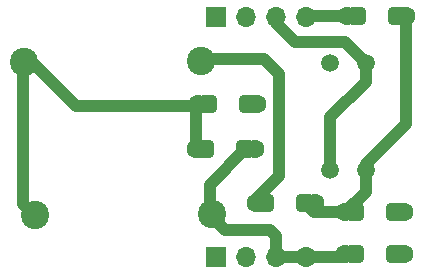
<source format=gbr>
%TF.GenerationSoftware,KiCad,Pcbnew,(6.0.11)*%
%TF.CreationDate,2023-05-29T12:42:38-05:00*%
%TF.ProjectId,LowPassFilter,4c6f7750-6173-4734-9669-6c7465722e6b,rev?*%
%TF.SameCoordinates,Original*%
%TF.FileFunction,Copper,L1,Top*%
%TF.FilePolarity,Positive*%
%FSLAX46Y46*%
G04 Gerber Fmt 4.6, Leading zero omitted, Abs format (unit mm)*
G04 Created by KiCad (PCBNEW (6.0.11)) date 2023-05-29 12:42:38*
%MOMM*%
%LPD*%
G01*
G04 APERTURE LIST*
G04 Aperture macros list*
%AMRoundRect*
0 Rectangle with rounded corners*
0 $1 Rounding radius*
0 $2 $3 $4 $5 $6 $7 $8 $9 X,Y pos of 4 corners*
0 Add a 4 corners polygon primitive as box body*
4,1,4,$2,$3,$4,$5,$6,$7,$8,$9,$2,$3,0*
0 Add four circle primitives for the rounded corners*
1,1,$1+$1,$2,$3*
1,1,$1+$1,$4,$5*
1,1,$1+$1,$6,$7*
1,1,$1+$1,$8,$9*
0 Add four rect primitives between the rounded corners*
20,1,$1+$1,$2,$3,$4,$5,0*
20,1,$1+$1,$4,$5,$6,$7,0*
20,1,$1+$1,$6,$7,$8,$9,0*
20,1,$1+$1,$8,$9,$2,$3,0*%
G04 Aperture macros list end*
%TA.AperFunction,SMDPad,CuDef*%
%ADD10RoundRect,0.381000X0.381000X0.381000X-0.381000X0.381000X-0.381000X-0.381000X0.381000X-0.381000X0*%
%TD*%
%TA.AperFunction,ComponentPad*%
%ADD11C,1.600000*%
%TD*%
%TA.AperFunction,SMDPad,CuDef*%
%ADD12RoundRect,0.381000X-0.381000X-0.381000X0.381000X-0.381000X0.381000X0.381000X-0.381000X0.381000X0*%
%TD*%
%TA.AperFunction,ComponentPad*%
%ADD13R,1.700000X1.700000*%
%TD*%
%TA.AperFunction,ComponentPad*%
%ADD14O,1.700000X1.700000*%
%TD*%
%TA.AperFunction,ComponentPad*%
%ADD15C,2.400000*%
%TD*%
%TA.AperFunction,ComponentPad*%
%ADD16C,1.500000*%
%TD*%
%TA.AperFunction,Conductor*%
%ADD17C,1.000000*%
%TD*%
G04 APERTURE END LIST*
D10*
%TO.P,C1,1*%
%TO.N,GND*%
X147750000Y-107950000D03*
D11*
X148550000Y-107950000D03*
%TO.P,C1,2*%
%TO.N,Net-(C2-Pad1)*%
X143550000Y-107950000D03*
D10*
X144350000Y-107950000D03*
%TD*%
%TO.P,C2,1*%
%TO.N,Net-(C2-Pad1)*%
X140170000Y-107188000D03*
D11*
X140970000Y-107188000D03*
D10*
%TO.P,C2,2*%
%TO.N,Net-(C2-Pad2)*%
X136770000Y-107188000D03*
D11*
X135970000Y-107188000D03*
%TD*%
D12*
%TO.P,C3,1*%
%TO.N,Net-(L2-Pad1)*%
X131904000Y-98806000D03*
D11*
X131104000Y-98806000D03*
%TO.P,C3,2*%
%TO.N,GND*%
X136104000Y-98806000D03*
D12*
X135304000Y-98806000D03*
%TD*%
D10*
%TO.P,C4,1*%
%TO.N,Net-(L2-Pad2)*%
X135090000Y-102616000D03*
D11*
X135890000Y-102616000D03*
%TO.P,C4,2*%
%TO.N,Net-(L2-Pad1)*%
X130890000Y-102616000D03*
D10*
X131690000Y-102616000D03*
%TD*%
D12*
%TO.P,C5,1*%
%TO.N,Net-(L2-Pad2)*%
X144350000Y-111506000D03*
D11*
X143550000Y-111506000D03*
%TO.P,C5,2*%
%TO.N,GND*%
X148550000Y-111506000D03*
D12*
X147750000Y-111506000D03*
%TD*%
D10*
%TO.P,C6,1*%
%TO.N,Net-(C2-Pad1)*%
X147900000Y-91330000D03*
D11*
X148700000Y-91330000D03*
D10*
%TO.P,C6,2*%
%TO.N,Net-(C6-Pad2)*%
X144500000Y-91330000D03*
D11*
X143700000Y-91330000D03*
%TD*%
D13*
%TO.P,J1,1,Pin_1*%
%TO.N,GND*%
X132588000Y-111760000D03*
D14*
%TO.P,J1,2,Pin_2*%
X135128000Y-111760000D03*
%TO.P,J1,3,Pin_3*%
%TO.N,Net-(L2-Pad2)*%
X137668000Y-111760000D03*
%TO.P,J1,4,Pin_4*%
X140208000Y-111760000D03*
%TD*%
D13*
%TO.P,J2,1,Pin_1*%
%TO.N,GND*%
X132588000Y-91440000D03*
D14*
%TO.P,J2,2,Pin_2*%
X135128000Y-91440000D03*
%TO.P,J2,3,Pin_3*%
%TO.N,Net-(J2-Pad3)*%
X137668000Y-91440000D03*
%TO.P,J2,4,Pin_4*%
%TO.N,Net-(C6-Pad2)*%
X140208000Y-91440000D03*
%TD*%
D15*
%TO.P,L1,1*%
%TO.N,Net-(C2-Pad2)*%
X131360000Y-95100000D03*
%TO.P,L1,2*%
%TO.N,Net-(L2-Pad1)*%
X116370000Y-95230000D03*
%TD*%
D16*
%TO.P,T1,1*%
%TO.N,Net-(J2-Pad3)*%
X142264000Y-104322000D03*
%TO.P,T1,2*%
%TO.N,GND*%
X142264000Y-95322000D03*
%TO.P,T1,3*%
%TO.N,Net-(C2-Pad1)*%
X145264000Y-104322000D03*
%TO.P,T1,4*%
%TO.N,Net-(J2-Pad3)*%
X145264000Y-95322000D03*
%TD*%
D15*
%TO.P,L2,1*%
%TO.N,Net-(L2-Pad1)*%
X117252000Y-108204000D03*
%TO.P,L2,2*%
%TO.N,Net-(L2-Pad2)*%
X132242000Y-108074000D03*
%TD*%
D17*
%TO.N,Net-(C6-Pad2)*%
X140318000Y-91330000D02*
X140208000Y-91440000D01*
X143700000Y-91330000D02*
X140318000Y-91330000D01*
%TO.N,Net-(J2-Pad3)*%
X142264000Y-99872000D02*
X142264000Y-104322000D01*
X137668000Y-91928000D02*
X137668000Y-91440000D01*
X145264000Y-95322000D02*
X145264000Y-96872000D01*
X145264000Y-95322000D02*
X143482000Y-93540000D01*
X139280000Y-93540000D02*
X137668000Y-91928000D01*
X145264000Y-96872000D02*
X142264000Y-99872000D01*
X143482000Y-93540000D02*
X139280000Y-93540000D01*
%TO.N,Net-(C2-Pad1)*%
X145264000Y-104322000D02*
X145264000Y-106236000D01*
X143550000Y-107950000D02*
X140932000Y-107950000D01*
X148700000Y-91330000D02*
X148700000Y-100450000D01*
X145264000Y-106236000D02*
X143550000Y-107950000D01*
X148700000Y-100450000D02*
X145264000Y-103886000D01*
X140932000Y-107950000D02*
X140170000Y-107188000D01*
X145264000Y-103886000D02*
X145264000Y-104322000D01*
%TO.N,Net-(C2-Pad2)*%
X137922000Y-104902000D02*
X135970000Y-106854000D01*
X131360000Y-95100000D02*
X131464000Y-94996000D01*
X136652000Y-94996000D02*
X137922000Y-96266000D01*
X131464000Y-94996000D02*
X136652000Y-94996000D01*
X137922000Y-96266000D02*
X137922000Y-104902000D01*
X135970000Y-106854000D02*
X135970000Y-107188000D01*
%TO.N,Net-(L2-Pad1)*%
X120716000Y-98910000D02*
X131000000Y-98910000D01*
X130890000Y-102616000D02*
X130890000Y-99020000D01*
X117252000Y-108204000D02*
X116300000Y-107252000D01*
X116300000Y-95300000D02*
X116370000Y-95230000D01*
X116370000Y-95230000D02*
X117036000Y-95230000D01*
X131000000Y-98910000D02*
X131104000Y-98806000D01*
X130890000Y-99020000D02*
X131104000Y-98806000D01*
X116300000Y-107252000D02*
X116300000Y-95300000D01*
X117036000Y-95230000D02*
X120716000Y-98910000D01*
%TO.N,Net-(L2-Pad2)*%
X137160000Y-109474000D02*
X137668000Y-109982000D01*
X137668000Y-109982000D02*
X137668000Y-111760000D01*
X133350000Y-109474000D02*
X137160000Y-109474000D01*
X137668000Y-111760000D02*
X140208000Y-111760000D01*
X132242000Y-108074000D02*
X132242000Y-108366000D01*
X140208000Y-111760000D02*
X143296000Y-111760000D01*
X143296000Y-111760000D02*
X143550000Y-111506000D01*
X135090000Y-102616000D02*
X132080000Y-105626000D01*
X132080000Y-107912000D02*
X132242000Y-108074000D01*
X132242000Y-108366000D02*
X133350000Y-109474000D01*
X132080000Y-105626000D02*
X132080000Y-107912000D01*
%TD*%
M02*

</source>
